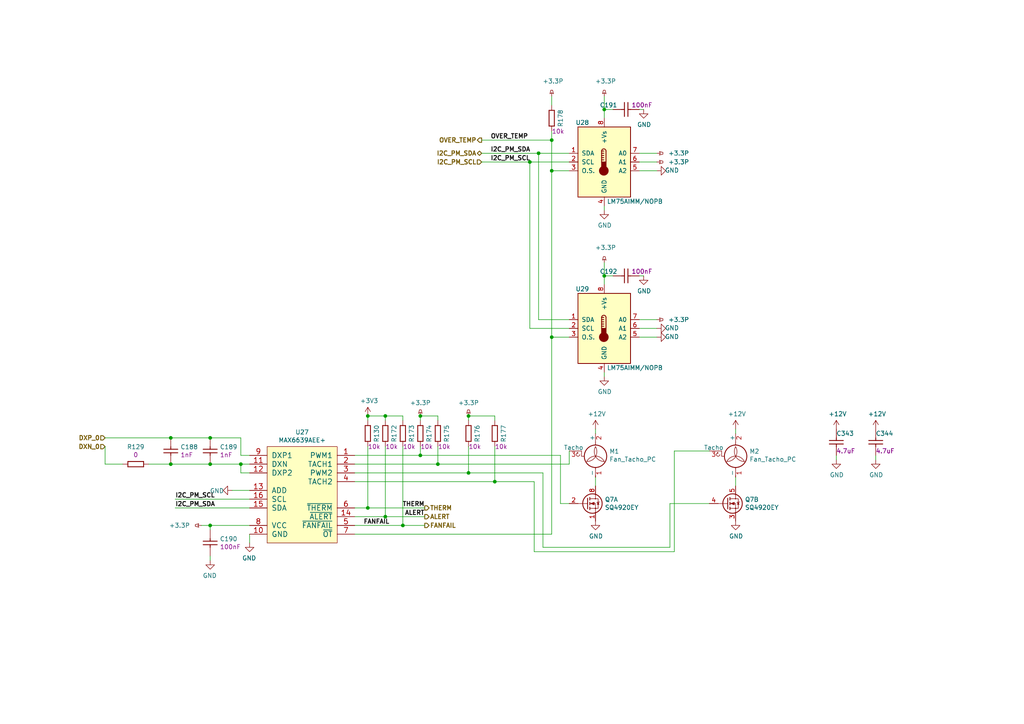
<source format=kicad_sch>
(kicad_sch (version 20211123) (generator eeschema)
  (paper "A4")
  (title_block (title "Marble") (date "2022-08-24") (rev "v1.3") (company "Michał Gąska / WUT") (comment 3 "Thermometer & Fans controller"))
  (junction (at 49.53 134.62))
  (junction (at 160.02 49.53))
  (junction (at 160.02 40.64))
  (junction (at 143.51 139.7))
  (junction (at 135.89 137.16))
  (junction (at 156.21 44.45))
  (junction (at 135.89 120.65))
  (junction (at 175.26 80.01))
  (junction (at 60.96 127))
  (junction (at 153.67 46.99))
  (junction (at 121.92 132.08))
  (junction (at 69.85 134.62))
  (junction (at 60.96 134.62))
  (junction (at 160.02 97.79))
  (junction (at 49.53 127))
  (junction (at 60.96 152.4))
  (junction (at 106.68 147.32))
  (junction (at 175.26 31.75))
  (junction (at 111.76 120.65))
  (junction (at 106.68 120.65))
  (junction (at 127 134.62))
  (junction (at 116.84 152.4))
  (junction (at 111.76 149.86))
  (junction (at 121.92 120.65))
  (wire (pts (xy 254 132.08) (xy 254 133.35)))
  (wire (pts (xy 116.84 121.92) (xy 116.84 120.65)))
  (wire (pts (xy 69.85 132.08) (xy 72.39 132.08)))
  (wire (pts (xy 116.84 152.4) (xy 102.87 152.4)))
  (wire (pts (xy 139.7 44.45) (xy 156.21 44.45)))
  (wire (pts (xy 69.85 134.62) (xy 72.39 134.62)))
  (wire (pts (xy 160.02 40.64) (xy 160.02 49.53)))
  (wire (pts (xy 127 129.54) (xy 127 134.62)))
  (wire (pts (xy 121.92 120.65) (xy 121.92 121.92)))
  (wire (pts (xy 160.02 27.94) (xy 160.02 30.48)))
  (wire (pts (xy 154.94 160.02) (xy 195.58 160.02)))
  (wire (pts (xy 154.94 139.7) (xy 154.94 160.02)))
  (wire (pts (xy 143.51 120.65) (xy 135.89 120.65)))
  (wire (pts (xy 172.72 124.46) (xy 172.72 125.73)))
  (wire (pts (xy 121.92 120.65) (xy 127 120.65)))
  (wire (pts (xy 106.68 120.65) (xy 106.68 121.92)))
  (wire (pts (xy 30.48 134.62) (xy 35.56 134.62)))
  (wire (pts (xy 165.1 134.62) (xy 165.1 130.81)))
  (wire (pts (xy 67.31 142.24) (xy 72.39 142.24)))
  (wire (pts (xy 165.1 97.79) (xy 160.02 97.79)))
  (wire (pts (xy 185.42 95.25) (xy 190.5 95.25)))
  (wire (pts (xy 156.21 44.45) (xy 165.1 44.45)))
  (wire (pts (xy 205.74 146.05) (xy 194.31 146.05)))
  (wire (pts (xy 175.26 76.2) (xy 175.26 80.01)))
  (wire (pts (xy 116.84 152.4) (xy 123.19 152.4)))
  (wire (pts (xy 111.76 121.92) (xy 111.76 120.65)))
  (wire (pts (xy 143.51 139.7) (xy 154.94 139.7)))
  (wire (pts (xy 160.02 49.53) (xy 165.1 49.53)))
  (wire (pts (xy 143.51 121.92) (xy 143.51 120.65)))
  (wire (pts (xy 177.8 80.01) (xy 175.26 80.01)))
  (wire (pts (xy 127 121.92) (xy 127 120.65)))
  (wire (pts (xy 69.85 137.16) (xy 69.85 134.62)))
  (wire (pts (xy 175.26 80.01) (xy 175.26 82.55)))
  (wire (pts (xy 175.26 107.95) (xy 175.26 109.22)))
  (wire (pts (xy 162.56 146.05) (xy 165.1 146.05)))
  (wire (pts (xy 102.87 147.32) (xy 106.68 147.32)))
  (wire (pts (xy 195.58 160.02) (xy 195.58 130.81)))
  (wire (pts (xy 160.02 97.79) (xy 160.02 154.94)))
  (wire (pts (xy 153.67 46.99) (xy 153.67 95.25)))
  (wire (pts (xy 30.48 127) (xy 49.53 127)))
  (wire (pts (xy 213.36 138.43) (xy 213.36 140.97)))
  (wire (pts (xy 177.8 31.75) (xy 175.26 31.75)))
  (wire (pts (xy 156.21 44.45) (xy 156.21 92.71)))
  (wire (pts (xy 49.53 134.62) (xy 60.96 134.62)))
  (wire (pts (xy 185.42 31.75) (xy 186.69 31.75)))
  (wire (pts (xy 185.42 80.01) (xy 186.69 80.01)))
  (wire (pts (xy 165.1 95.25) (xy 153.67 95.25)))
  (wire (pts (xy 195.58 130.81) (xy 205.74 130.81)))
  (wire (pts (xy 111.76 120.65) (xy 106.68 120.65)))
  (wire (pts (xy 190.5 49.53) (xy 185.42 49.53)))
  (wire (pts (xy 160.02 154.94) (xy 102.87 154.94)))
  (wire (pts (xy 135.89 137.16) (xy 157.48 137.16)))
  (wire (pts (xy 60.96 153.67) (xy 60.96 152.4)))
  (wire (pts (xy 157.48 137.16) (xy 157.48 158.75)))
  (wire (pts (xy 72.39 154.94) (xy 72.39 157.48)))
  (wire (pts (xy 69.85 127) (xy 69.85 132.08)))
  (wire (pts (xy 153.67 46.99) (xy 165.1 46.99)))
  (wire (pts (xy 157.48 158.75) (xy 194.31 158.75)))
  (wire (pts (xy 172.72 138.43) (xy 172.72 140.97)))
  (wire (pts (xy 175.26 59.69) (xy 175.26 60.96)))
  (wire (pts (xy 102.87 134.62) (xy 127 134.62)))
  (wire (pts (xy 111.76 149.86) (xy 123.19 149.86)))
  (wire (pts (xy 121.92 129.54) (xy 121.92 132.08)))
  (wire (pts (xy 160.02 49.53) (xy 160.02 97.79)))
  (wire (pts (xy 102.87 139.7) (xy 143.51 139.7)))
  (wire (pts (xy 50.8 147.32) (xy 72.39 147.32)))
  (wire (pts (xy 102.87 137.16) (xy 135.89 137.16)))
  (wire (pts (xy 72.39 137.16) (xy 69.85 137.16)))
  (wire (pts (xy 50.8 144.78) (xy 72.39 144.78)))
  (wire (pts (xy 160.02 38.1) (xy 160.02 40.64)))
  (wire (pts (xy 139.7 40.64) (xy 160.02 40.64)))
  (wire (pts (xy 175.26 27.94) (xy 175.26 31.75)))
  (wire (pts (xy 165.1 92.71) (xy 156.21 92.71)))
  (wire (pts (xy 175.26 31.75) (xy 175.26 34.29)))
  (wire (pts (xy 106.68 147.32) (xy 123.19 147.32)))
  (wire (pts (xy 190.5 92.71) (xy 185.42 92.71)))
  (wire (pts (xy 127 134.62) (xy 165.1 134.62)))
  (wire (pts (xy 49.53 127) (xy 60.96 127)))
  (wire (pts (xy 139.7 46.99) (xy 153.67 46.99)))
  (wire (pts (xy 194.31 146.05) (xy 194.31 158.75)))
  (wire (pts (xy 102.87 132.08) (xy 121.92 132.08)))
  (wire (pts (xy 102.87 149.86) (xy 111.76 149.86)))
  (wire (pts (xy 106.68 129.54) (xy 106.68 147.32)))
  (wire (pts (xy 60.96 134.62) (xy 69.85 134.62)))
  (wire (pts (xy 162.56 132.08) (xy 162.56 146.05)))
  (wire (pts (xy 116.84 129.54) (xy 116.84 152.4)))
  (wire (pts (xy 135.89 121.92) (xy 135.89 120.65)))
  (wire (pts (xy 213.36 124.46) (xy 213.36 125.73)))
  (wire (pts (xy 143.51 129.54) (xy 143.51 139.7)))
  (wire (pts (xy 60.96 127) (xy 69.85 127)))
  (wire (pts (xy 190.5 46.99) (xy 185.42 46.99)))
  (wire (pts (xy 30.48 129.54) (xy 30.48 134.62)))
  (wire (pts (xy 135.89 129.54) (xy 135.89 137.16)))
  (wire (pts (xy 190.5 44.45) (xy 185.42 44.45)))
  (wire (pts (xy 60.96 161.29) (xy 60.96 162.56)))
  (wire (pts (xy 60.96 152.4) (xy 72.39 152.4)))
  (wire (pts (xy 242.57 132.08) (xy 242.57 133.35)))
  (wire (pts (xy 190.5 97.79) (xy 185.42 97.79)))
  (wire (pts (xy 60.96 152.4) (xy 58.42 152.4)))
  (wire (pts (xy 43.18 134.62) (xy 49.53 134.62)))
  (wire (pts (xy 116.84 120.65) (xy 111.76 120.65)))
  (wire (pts (xy 111.76 129.54) (xy 111.76 149.86)))
  (wire (pts (xy 121.92 132.08) (xy 162.56 132.08)))
  (label "I2C_PM_SCL" (at 50.8 144.78 0) (effects (font (thickness 0.254) bold)))
  (label "I2C_PM_SDA" (at 142.24 44.45 0) (effects (font (thickness 0.254) bold)))
  (label "I2C_PM_SDA" (at 50.8 147.32 0) (effects (font (thickness 0.254) bold)))
  (label "I2C_PM_SCL" (at 142.24 46.99 0) (effects (font (thickness 0.254) bold)))
  (label "ALERT" (at 123.19 149.86 180) (effects (font (thickness 0.254) bold)))
  (label "THERM" (at 123.19 147.32 180) (effects (font (thickness 0.254) bold)))
  (label "OVER_TEMP" (at 142.24 40.64 0) (effects (font (thickness 0.254) bold)))
  (label "FANFAIL" (at 113.03 152.4 180) (effects (font (thickness 0.254) bold)))
  (hierarchical_label "THERM" (shape output) (at 123.19 147.32 0) (effects (font (thickness 0.254) bold)))
  (hierarchical_label "DXN_0" (shape input) (at 30.48 129.54 180) (effects (font (thickness 0.254) bold)))
  (hierarchical_label "I2C_PM_SDA" (shape bidirectional) (at 139.7 44.45 180) (effects (font (thickness 0.254) bold)))
  (hierarchical_label "I2C_PM_SCL" (shape input) (at 139.7 46.99 180) (effects (font (thickness 0.254) bold)))
  (hierarchical_label "ALERT" (shape output) (at 123.19 149.86 0) (effects (font (thickness 0.254) bold)))
  (hierarchical_label "FANFAIL" (shape output) (at 123.19 152.4 0) (effects (font (thickness 0.254) bold)))
  (hierarchical_label "OVER_TEMP" (shape output) (at 139.7 40.64 180) (effects (font (thickness 0.254) bold)))
  (hierarchical_label "DXP_0" (shape input) (at 30.48 127 180) (effects (font (thickness 0.254) bold)))
  (symbol (lib_id "Analog_&_Interface:MAX6639AEE+") (at 77.47 129.54 0) (unit 1)
    (property "Reference" "U27" (at 87.63 125.349 0))
    (property "Value" "MAX6639AEE+" (at 87.63 127.6604 0))
    (property "Footprint" "ICs And Semiconductors SMD:SOP63P600X175-16N" (effects hide))
    (property "Part Number" "MAX6639AEE+" (effects hide))
    (property "Library Ref" "MAX6639AEE+" (effects hide))
    (property "Library Path" "SchLib\\Analog & Interface.SchLib" (effects hide))
    (property "Comment" "=Device" (effects hide))
    (property "Component Kind" "Standard" (effects hide))
    (property "Component Type" "Standard" (effects hide))
    (property "Device" "MAX6639AEE+" (effects hide))
    (property "PackageDescription" "SOP, 0.635mm pitch; 16 pin, 3.9mm W X 4.895mm L X 1.75mm H Body, IPC Medium Density" (effects hide))
    (property "Status" " " (effects hide))
    (property "Part Description" "2-Channel Temperature Monitor with Dual, Automatic, PWM Fan-Speed Controller" (effects hide))
    (property "Manufacturer" "MAXIM" (effects hide))
    (property "Manufacturer Part Number" "MAX6639AEE+" (effects hide))
    (property "Pin Count" "16" (effects hide))
    (property "Case" "SSOP16" (effects hide))
    (property "Mounted" "Yes" (effects hide))
    (property "Socket" "No" (effects hide))
    (property "SMD" "Yes" (effects hide))
    (property "PressFit" "No" (effects hide))
    (property "Sense" "No" (effects hide))
    (property "Sense Comment" " " (effects hide))
    (property "Status Comment" " " (effects hide))
    (property "ComponentHeight" "1.75mm" (effects hide))
    (property "Footprint Path" "PcbLib\\ICs And Semiconductors SMD.PcbLib" (effects hide))
    (property "Footprint Ref" "SOP63P600X175-16N" (effects hide))
    (property "ComponentLink2Description" " " (effects hide))
    (property "ComponentLink1Description" " " (effects hide))
    (property "CreateDate" "08/15/12 00:00:00" (effects hide))
    (property "LatestRevisionDate" "08/15/12 00:00:00" (effects hide))
    (property "Library Name" "ICs And Semiconductors SMD" (effects hide))
    (property "License" "This work is licensed under the Creative Commons CC-BY-SA 4.0 License. To the extent that circuit schematics that use Licensed Material can be considered to be ‘Adapted Material’, then the copyright holder waives article 3.b of the license with respect to these schematics." (effects hide))
  )
  (symbol (lib_id "Capacitors_SMD:CC0603_4.7UF_25V_10%_X5R") (at 242.57 124.46 270) (unit 1)
    (property "Reference" "C343" (at 242.57 125.73 90) (effects (justify left)))
    (property "Value" "CC0603_4.7UF_25V_10%_X5R" (effects hide))
    (property "Footprint" "Capacitors SMD:CAPC1608X90N" (effects hide))
    (property "Datasheet" "\\\\cern.ch\\dfs\\Applications\\Altium\\Datasheets\\CC0603_X7R_TAIYO-YUDEN_HIGH-VALUE.pdf" (effects hide))
    (property "~" "4.7uF" (at 242.57 130.81 90) (effects (justify left)))
    (property "Part Number" "CC0603_4.7UF_25V_10%_X5R" (effects hide))
    (property "Library Ref" "Capacitor - non polarized" (effects hide))
    (property "Library Path" "SchLib\\Capacitors.SchLib" (effects hide))
    (property "Comment" "4.7uF" (effects hide))
    (property "Component Kind" "Standard" (effects hide))
    (property "Component Type" "Standard" (effects hide))
    (property "Pin Count" "2" (effects hide))
    (property "Footprint Path" "PcbLib\\Capacitors SMD.PcbLib" (effects hide))
    (property "Footprint Ref" "CAPC1608X90N" (effects hide))
    (property "PackageDescription" " " (effects hide))
    (property "Val" "4.7uF" (effects hide))
    (property "Status" "None" (effects hide))
    (property "Status Comment" " " (effects hide))
    (property "Voltage" "25V" (effects hide))
    (property "TC" "X5R" (effects hide))
    (property "Tolerance" "±10%" (effects hide))
    (property "Part Description" "SMD Multilayer Chip Ceramic Capacitor" (effects hide))
    (property "Manufacturer" "GENERIC" (effects hide))
    (property "Manufacturer Part Number" "CC0603_4.7UF_25V_10%_X5R" (effects hide))
    (property "Case" "0603" (effects hide))
    (property "Mounted" "Yes" (effects hide))
    (property "Socket" "No" (effects hide))
    (property "SMD" "Yes" (effects hide))
    (property "PressFit" " " (effects hide))
    (property "Sense" "No" (effects hide))
    (property "Sense Comment" " " (effects hide))
    (property "ComponentHeight" " " (effects hide))
    (property "Manufacturer1 Example" "MURATA" (effects hide))
    (property "Manufacturer1 Part Number" "GRM188R61E475KE11D" (effects hide))
    (property "Manufacturer1 ComponentHeight" "0.95mm" (effects hide))
    (property "CreateDate" "11/10/14 00:00:00" (effects hide))
    (property "LatestRevisionDate" "11/10/14 00:00:00" (effects hide))
    (property "Library Name" "Capacitors.DbLib" (effects hide))
    (property "License" "This work is licensed under the Creative Commons CC-BY-SA 4.0 License. To the extent that circuit schematics that use Licensed Material can be considered to be ‘Adapted Material’, then the copyright holder waives article 3.b of the license with respect to these schematics." (effects hide))
  )
  (symbol (lib_id "Capacitors_SMD:CC0603_4.7UF_25V_10%_X5R") (at 254 124.46 270) (unit 1)
    (property "Reference" "C344" (at 254 125.73 90) (effects (justify left)))
    (property "Value" "CC0603_4.7UF_25V_10%_X5R" (effects hide))
    (property "Footprint" "Capacitors SMD:CAPC1608X90N" (effects hide))
    (property "Datasheet" "\\\\cern.ch\\dfs\\Applications\\Altium\\Datasheets\\CC0603_X7R_TAIYO-YUDEN_HIGH-VALUE.pdf" (effects hide))
    (property "~" "4.7uF" (at 254 130.81 90) (effects (justify left)))
    (property "Part Number" "CC0603_4.7UF_25V_10%_X5R" (effects hide))
    (property "Library Ref" "Capacitor - non polarized" (effects hide))
    (property "Library Path" "SchLib\\Capacitors.SchLib" (effects hide))
    (property "Comment" "4.7uF" (effects hide))
    (property "Component Kind" "Standard" (effects hide))
    (property "Component Type" "Standard" (effects hide))
    (property "Pin Count" "2" (effects hide))
    (property "Footprint Path" "PcbLib\\Capacitors SMD.PcbLib" (effects hide))
    (property "Footprint Ref" "CAPC1608X90N" (effects hide))
    (property "PackageDescription" " " (effects hide))
    (property "Val" "4.7uF" (effects hide))
    (property "Status" "None" (effects hide))
    (property "Status Comment" " " (effects hide))
    (property "Voltage" "25V" (effects hide))
    (property "TC" "X5R" (effects hide))
    (property "Tolerance" "±10%" (effects hide))
    (property "Part Description" "SMD Multilayer Chip Ceramic Capacitor" (effects hide))
    (property "Manufacturer" "GENERIC" (effects hide))
    (property "Manufacturer Part Number" "CC0603_4.7UF_25V_10%_X5R" (effects hide))
    (property "Case" "0603" (effects hide))
    (property "Mounted" "Yes" (effects hide))
    (property "Socket" "No" (effects hide))
    (property "SMD" "Yes" (effects hide))
    (property "PressFit" " " (effects hide))
    (property "Sense" "No" (effects hide))
    (property "Sense Comment" " " (effects hide))
    (property "ComponentHeight" " " (effects hide))
    (property "Manufacturer1 Example" "MURATA" (effects hide))
    (property "Manufacturer1 Part Number" "GRM188R61E475KE11D" (effects hide))
    (property "Manufacturer1 ComponentHeight" "0.95mm" (effects hide))
    (property "CreateDate" "11/10/14 00:00:00" (effects hide))
    (property "LatestRevisionDate" "11/10/14 00:00:00" (effects hide))
    (property "Library Name" "Capacitors.DbLib" (effects hide))
    (property "License" "This work is licensed under the Creative Commons CC-BY-SA 4.0 License. To the extent that circuit schematics that use Licensed Material can be considered to be ‘Adapted Material’, then the copyright holder waives article 3.b of the license with respect to these schematics." (effects hide))
  )
  (symbol (lib_id "Capacitors_SMD:CC0402_1NF_50V_10%_X7R") (at 49.53 127 270) (unit 1)
    (property "Reference" "C188" (at 52.324 129.6416 90) (effects (justify left)))
    (property "Value" "CC0402_1NF_50V_10%_X7R" (effects hide))
    (property "Footprint" "Capacitors SMD:CAPC1005X55N" (effects hide))
    (property "Datasheet" "\\\\cern.ch\\dfs\\Applications\\Altium\\Datasheets\\CC0402_X7R_PHYCOMP.pdf" (effects hide))
    (property "~" "1nF" (at 52.324 131.953 90) (effects (justify left)))
    (property "Part Number" "CC0402_1NF_50V_10%_X7R" (effects hide))
    (property "Library Ref" "Capacitor - non polarized" (effects hide))
    (property "Library Path" "SchLib\\Capacitors.SchLib" (effects hide))
    (property "Comment" "1nF" (effects hide))
    (property "Component Kind" "Standard" (effects hide))
    (property "Component Type" "Standard" (effects hide))
    (property "Pin Count" "2" (effects hide))
    (property "Footprint Path" "PcbLib\\Capacitors SMD.PcbLib" (effects hide))
    (property "Footprint Ref" "CAPC1005X55N" (effects hide))
    (property "PackageDescription" " " (effects hide))
    (property "Val" "1nF" (effects hide))
    (property "Status" "Not Recommended" (effects hide))
    (property "Status Comment" " " (effects hide))
    (property "Voltage" "50V" (effects hide))
    (property "TC" "X7R" (effects hide))
    (property "Tolerance" "±10%" (effects hide))
    (property "Part Description" "SMD Multilayer Chip Ceramic Capacitor" (effects hide))
    (property "Manufacturer" "GENERIC" (effects hide))
    (property "Manufacturer Part Number" "CC0402_1NF_50V_10%_X7R" (effects hide))
    (property "Case" "0402" (effects hide))
    (property "Mounted" "Yes" (effects hide))
    (property "Socket" "No" (effects hide))
    (property "SMD" "Yes" (effects hide))
    (property "PressFit" " " (effects hide))
    (property "Sense" "No" (effects hide))
    (property "Sense Comment" " " (effects hide))
    (property "ComponentHeight" " " (effects hide))
    (property "Manufacturer1 Example" "PHYCOMP" (effects hide))
    (property "Manufacturer1 Part Number" "223858715623" (effects hide))
    (property "Manufacturer1 ComponentHeight" "0.55mm" (effects hide))
    (property "CreateDate" "12/03/07 00:00:00" (effects hide))
    (property "LatestRevisionDate" "12/03/07 00:00:00" (effects hide))
    (property "Library Name" "Capacitors.DbLib" (effects hide))
    (property "License" "This work is licensed under the Creative Commons CC-BY-SA 4.0 License. To the extent that circuit schematics that use Licensed Material can be considered to be ‘Adapted Material’, then the copyright holder waives article 3.b of the license with respect to these schematics." (effects hide))
  )
  (symbol (lib_id "Capacitors_SMD:CC0402_1NF_50V_10%_X7R") (at 60.96 127 270) (unit 1)
    (property "Reference" "C189" (at 63.754 129.6416 90) (effects (justify left)))
    (property "Value" "CC0402_1NF_50V_10%_X7R" (effects hide))
    (property "Footprint" "Capacitors SMD:CAPC1005X55N" (effects hide))
    (property "Datasheet" "\\\\cern.ch\\dfs\\Applications\\Altium\\Datasheets\\CC0402_X7R_PHYCOMP.pdf" (effects hide))
    (property "~" "1nF" (at 63.754 131.953 90) (effects (justify left)))
    (property "Part Number" "CC0402_1NF_50V_10%_X7R" (effects hide))
    (property "Library Ref" "Capacitor - non polarized" (effects hide))
    (property "Library Path" "SchLib\\Capacitors.SchLib" (effects hide))
    (property "Comment" "1nF" (effects hide))
    (property "Component Kind" "Standard" (effects hide))
    (property "Component Type" "Standard" (effects hide))
    (property "Pin Count" "2" (effects hide))
    (property "Footprint Path" "PcbLib\\Capacitors SMD.PcbLib" (effects hide))
    (property "Footprint Ref" "CAPC1005X55N" (effects hide))
    (property "PackageDescription" " " (effects hide))
    (property "Val" "1nF" (effects hide))
    (property "Status" "Not Recommended" (effects hide))
    (property "Status Comment" " " (effects hide))
    (property "Voltage" "50V" (effects hide))
    (property "TC" "X7R" (effects hide))
    (property "Tolerance" "±10%" (effects hide))
    (property "Part Description" "SMD Multilayer Chip Ceramic Capacitor" (effects hide))
    (property "Manufacturer" "GENERIC" (effects hide))
    (property "Manufacturer Part Number" "CC0402_1NF_50V_10%_X7R" (effects hide))
    (property "Case" "0402" (effects hide))
    (property "Mounted" "Yes" (effects hide))
    (property "Socket" "No" (effects hide))
    (property "SMD" "Yes" (effects hide))
    (property "PressFit" " " (effects hide))
    (property "Sense" "No" (effects hide))
    (property "Sense Comment" " " (effects hide))
    (property "ComponentHeight" " " (effects hide))
    (property "Manufacturer1 Example" "PHYCOMP" (effects hide))
    (property "Manufacturer1 Part Number" "223858715623" (effects hide))
    (property "Manufacturer1 ComponentHeight" "0.55mm" (effects hide))
    (property "CreateDate" "12/03/07 00:00:00" (effects hide))
    (property "LatestRevisionDate" "12/03/07 00:00:00" (effects hide))
    (property "Library Name" "Capacitors.DbLib" (effects hide))
    (property "License" "This work is licensed under the Creative Commons CC-BY-SA 4.0 License. To the extent that circuit schematics that use Licensed Material can be considered to be ‘Adapted Material’, then the copyright holder waives article 3.b of the license with respect to these schematics." (effects hide))
  )
  (symbol (lib_id "Capacitors_SMD:CC0201_100NF_6.3V_10%_X5R") (at 60.96 153.67 270) (unit 1)
    (property "Reference" "C190" (at 63.754 156.3116 90) (effects (justify left)))
    (property "Value" "CC0201_100NF_6.3V_10%_X5R" (effects hide))
    (property "Footprint" "CAPC0603X33N" (effects hide))
    (property "Datasheet" "\\\\cern.ch\\dfs\\Applications\\Altium\\Datasheets\\CC0201_X5R_AVX.pdf" (effects hide))
    (property "~" "100nF" (at 63.754 158.623 90) (effects (justify left)))
    (property "Part Number" "CC0201_100NF_6.3V_10%_X5R" (effects hide))
    (property "Library Ref" "Capacitor - non polarized" (effects hide))
    (property "Library Path" "SchLib\\Capacitors.SchLib" (effects hide))
    (property "Comment" "=Value" (effects hide))
    (property "Component Kind" "Standard" (effects hide))
    (property "Component Type" "Standard" (effects hide))
    (property "Pin Count" "2" (effects hide))
    (property "Footprint Path" "PcbLib\\Capacitors SMD.PcbLib" (effects hide))
    (property "Footprint Ref" "CAPC0603X33N" (effects hide))
    (property "PackageDescription" " " (effects hide))
    (property "Val" "100nF" (effects hide))
    (property "Status" "Not Recommended" (effects hide))
    (property "Status Comment" " " (effects hide))
    (property "Voltage" "6.3V" (effects hide))
    (property "TC" "X5R" (effects hide))
    (property "Tolerance" "±10%" (effects hide))
    (property "Part Description" "SMD Multilayer Chip Ceramic Capacitor" (effects hide))
    (property "Manufacturer" "GENERIC" (effects hide))
    (property "Manufacturer Part Number" "CC0201_100NF_6.3V_10%_X5R" (effects hide))
    (property "Case" "0201" (effects hide))
    (property "Mounted" "Yes" (effects hide))
    (property "Socket" "No" (effects hide))
    (property "SMD" "Yes" (effects hide))
    (property "PressFit" " " (effects hide))
    (property "Sense" "No" (effects hide))
    (property "Sense Comment" " " (effects hide))
    (property "ComponentHeight" " " (effects hide))
    (property "Manufacturer1 Example" "AVX" (effects hide))
    (property "Manufacturer1 Part Number" "02016D104KAT2A" (effects hide))
    (property "Manufacturer1 ComponentHeight" "0.33mm" (effects hide))
    (property "CreateDate" "12/03/07 00:00:00" (effects hide))
    (property "LatestRevisionDate" "12/03/07 00:00:00" (effects hide))
    (property "Library Name" "Capacitors SMD" (effects hide))
    (property "License" "This work is licensed under the Creative Commons CC-BY-SA 4.0 License. To the extent that circuit schematics that use Licensed Material can be considered to be ‘Adapted Material’, then the copyright holder waives article 3.b of the license with respect to these schematics." (effects hide))
  )
  (symbol (lib_id "marble_misc:LM75B-Sensor_Temperature") (at 175.26 46.99 0) (unit 1)
    (property "Reference" "U28" (at 168.91 35.56 0))
    (property "Value" "LM75AIMM/NOPB" (at 184.15 58.42 0))
    (property "Footprint" "ICs And Semiconductors SMD:SOP65P490X109-8N" (effects hide))
    (property "Datasheet" "http://www.ti.com/lit/ds/symlink/lm75b.pdf" (effects hide))
    (property "Manufacturer Part Number" "LM75AIMM/NOPB" (effects hide))
    (property "Manufacturer" "TEXAS INSTRUMENTS" (effects hide))
  )
  (symbol (lib_id "power:+3.3P") (at 175.26 27.94 0) (unit 1)
    (property "Reference" "#PWR0358" (effects hide))
    (property "Value" "+3.3P" (at 175.641 23.5458 0))
  )
  (symbol (lib_id "power:GND") (at 186.69 31.75 0) (unit 1)
    (property "Reference" "#PWR0362" (effects hide))
    (property "Value" "GND" (at 186.817 36.1442 0))
  )
  (symbol (lib_id "power:GND") (at 175.26 60.96 0) (unit 1)
    (property "Reference" "#PWR0359" (effects hide))
    (property "Value" "GND" (at 175.387 65.3542 0))
  )
  (symbol (lib_id "power:GND") (at 190.5 49.53 90) (unit 1)
    (property "Reference" "#PWR0366" (effects hide))
    (property "Value" "GND" (at 194.8942 49.403 90))
  )
  (symbol (lib_id "power:+3.3P") (at 190.5 44.45 270) (unit 1)
    (property "Reference" "#PWR0364" (effects hide))
    (property "Value" "+3V3MP" (at 196.85 44.45 90))
  )
  (symbol (lib_id "power:+3.3P") (at 190.5 46.99 270) (unit 1)
    (property "Reference" "#PWR0365" (effects hide))
    (property "Value" "+3V3MP" (at 196.85 46.99 90))
  )
  (symbol (lib_id "marble_misc:LM75B-Sensor_Temperature") (at 175.26 95.25 0) (unit 1)
    (property "Reference" "U29" (at 168.91 83.82 0))
    (property "Value" "LM75AIMM/NOPB" (at 184.15 106.68 0))
    (property "Footprint" "ICs And Semiconductors SMD:SOP65P490X109-8N" (effects hide))
    (property "Datasheet" "http://www.ti.com/lit/ds/symlink/lm75b.pdf" (effects hide))
    (property "Manufacturer Part Number" "LM75AIMM/NOPB" (effects hide))
    (property "Manufacturer" "TEXAS INSTRUMENTS" (effects hide))
  )
  (symbol (lib_id "power:+3.3P") (at 175.26 76.2 0) (unit 1)
    (property "Reference" "#PWR0360" (effects hide))
    (property "Value" "+3.3P" (at 175.641 71.8058 0))
  )
  (symbol (lib_id "power:GND") (at 186.69 80.01 0) (unit 1)
    (property "Reference" "#PWR0363" (effects hide))
    (property "Value" "GND" (at 186.817 84.4042 0))
  )
  (symbol (lib_id "power:GND") (at 175.26 109.22 0) (unit 1)
    (property "Reference" "#PWR0361" (effects hide))
    (property "Value" "GND" (at 175.387 113.6142 0))
  )
  (symbol (lib_id "power:GND") (at 190.5 97.79 90) (unit 1)
    (property "Reference" "#PWR0369" (effects hide))
    (property "Value" "GND" (at 194.8942 97.663 90))
  )
  (symbol (lib_id "power:+3.3P") (at 190.5 92.71 270) (unit 1)
    (property "Reference" "#PWR0367" (effects hide))
    (property "Value" "+3V3MP" (at 196.85 92.71 90))
  )
  (symbol (lib_id "power:GND") (at 190.5 95.25 90) (unit 1)
    (property "Reference" "#PWR0368" (effects hide))
    (property "Value" "GND" (at 194.8942 95.123 90))
  )
  (symbol (lib_id "power:+3.3P") (at 160.02 27.94 0) (unit 1)
    (property "Reference" "#PWR0357" (effects hide))
    (property "Value" "+3.3P" (at 160.401 23.5458 0))
  )
  (symbol (lib_id "Capacitors_SMD:CC0201_100NF_6.3V_10%_X5R") (at 185.42 80.01 180) (unit 1)
    (property "Reference" "C192" (at 179.07 78.74 0) (effects (justify left)))
    (property "Value" "CC0201_100NF_6.3V_10%_X5R" (effects hide))
    (property "Footprint" "CAPC0603X33N" (effects hide))
    (property "Datasheet" "\\\\cern.ch\\dfs\\Applications\\Altium\\Datasheets\\CC0201_X5R_AVX.pdf" (effects hide))
    (property "~" "100nF" (at 189.23 78.74 0) (effects (justify left)))
    (property "Part Number" "CC0201_100NF_6.3V_10%_X5R" (effects hide))
    (property "Library Ref" "Capacitor - non polarized" (effects hide))
    (property "Library Path" "SchLib\\Capacitors.SchLib" (effects hide))
    (property "Comment" "=Value" (effects hide))
    (property "Component Kind" "Standard" (effects hide))
    (property "Component Type" "Standard" (effects hide))
    (property "Pin Count" "2" (effects hide))
    (property "Footprint Path" "PcbLib\\Capacitors SMD.PcbLib" (effects hide))
    (property "Footprint Ref" "CAPC0603X33N" (effects hide))
    (property "PackageDescription" " " (effects hide))
    (property "Val" "100nF" (effects hide))
    (property "Status" "Not Recommended" (effects hide))
    (property "Status Comment" " " (effects hide))
    (property "Voltage" "6.3V" (effects hide))
    (property "TC" "X5R" (effects hide))
    (property "Tolerance" "±10%" (effects hide))
    (property "Part Description" "SMD Multilayer Chip Ceramic Capacitor" (effects hide))
    (property "Manufacturer" "GENERIC" (effects hide))
    (property "Manufacturer Part Number" "CC0201_100NF_6.3V_10%_X5R" (effects hide))
    (property "Case" "0201" (effects hide))
    (property "Mounted" "Yes" (effects hide))
    (property "Socket" "No" (effects hide))
    (property "SMD" "Yes" (effects hide))
    (property "PressFit" " " (effects hide))
    (property "Sense" "No" (effects hide))
    (property "Sense Comment" " " (effects hide))
    (property "ComponentHeight" " " (effects hide))
    (property "Manufacturer1 Example" "AVX" (effects hide))
    (property "Manufacturer1 Part Number" "02016D104KAT2A" (effects hide))
    (property "Manufacturer1 ComponentHeight" "0.33mm" (effects hide))
    (property "CreateDate" "12/03/07 00:00:00" (effects hide))
    (property "LatestRevisionDate" "12/03/07 00:00:00" (effects hide))
    (property "Library Name" "Capacitors SMD" (effects hide))
    (property "License" "This work is licensed under the Creative Commons CC-BY-SA 4.0 License. To the extent that circuit schematics that use Licensed Material can be considered to be ‘Adapted Material’, then the copyright holder waives article 3.b of the license with respect to these schematics." (effects hide))
  )
  (symbol (lib_id "power:+3.3P") (at 58.42 152.4 90) (mirror x) (unit 1)
    (property "Reference" "#PWR0356" (effects hide))
    (property "Value" "+3.3P" (at 52.07 152.4 90))
  )
  (symbol (lib_id "power:GND") (at 60.96 162.56 0) (mirror y) (unit 1)
    (property "Reference" "#PWR0355" (effects hide))
    (property "Value" "GND" (at 60.833 166.9542 0))
  )
  (symbol (lib_id "Capacitors_SMD:CC0201_100NF_6.3V_10%_X5R") (at 185.42 31.75 180) (unit 1)
    (property "Reference" "C191" (at 179.07 30.48 0) (effects (justify left)))
    (property "Value" "CC0201_100NF_6.3V_10%_X5R" (effects hide))
    (property "Footprint" "CAPC0603X33N" (effects hide))
    (property "Datasheet" "\\\\cern.ch\\dfs\\Applications\\Altium\\Datasheets\\CC0201_X5R_AVX.pdf" (effects hide))
    (property "~" "100nF" (at 189.23 30.48 0) (effects (justify left)))
    (property "Part Number" "CC0201_100NF_6.3V_10%_X5R" (effects hide))
    (property "Library Ref" "Capacitor - non polarized" (effects hide))
    (property "Library Path" "SchLib\\Capacitors.SchLib" (effects hide))
    (property "Comment" "=Value" (effects hide))
    (property "Component Kind" "Standard" (effects hide))
    (property "Component Type" "Standard" (effects hide))
    (property "Pin Count" "2" (effects hide))
    (property "Footprint Path" "PcbLib\\Capacitors SMD.PcbLib" (effects hide))
    (property "Footprint Ref" "CAPC0603X33N" (effects hide))
    (property "PackageDescription" " " (effects hide))
    (property "Val" "100nF" (effects hide))
    (property "Status" "Not Recommended" (effects hide))
    (property "Status Comment" " " (effects hide))
    (property "Voltage" "6.3V" (effects hide))
    (property "TC" "X5R" (effects hide))
    (property "Tolerance" "±10%" (effects hide))
    (property "Part Description" "SMD Multilayer Chip Ceramic Capacitor" (effects hide))
    (property "Manufacturer" "GENERIC" (effects hide))
    (property "Manufacturer Part Number" "CC0201_100NF_6.3V_10%_X5R" (effects hide))
    (property "Case" "0201" (effects hide))
    (property "Mounted" "Yes" (effects hide))
    (property "Socket" "No" (effects hide))
    (property "SMD" "Yes" (effects hide))
    (property "PressFit" " " (effects hide))
    (property "Sense" "No" (effects hide))
    (property "Sense Comment" " " (effects hide))
    (property "ComponentHeight" " " (effects hide))
    (property "Manufacturer1 Example" "AVX" (effects hide))
    (property "Manufacturer1 Part Number" "02016D104KAT2A" (effects hide))
    (property "Manufacturer1 ComponentHeight" "0.33mm" (effects hide))
    (property "CreateDate" "12/03/07 00:00:00" (effects hide))
    (property "LatestRevisionDate" "12/03/07 00:00:00" (effects hide))
    (property "Library Name" "Capacitors SMD" (effects hide))
    (property "License" "This work is licensed under the Creative Commons CC-BY-SA 4.0 License. To the extent that circuit schematics that use Licensed Material can be considered to be ‘Adapted Material’, then the copyright holder waives article 3.b of the license with respect to these schematics." (effects hide))
  )
  (symbol (lib_id "Resistors_SMD:R0402_10K_1%_0.0625W_100PPM") (at 106.68 121.92 270) (unit 1)
    (property "Reference" "R130" (at 109.22 123.19 0) (effects (justify left)))
    (property "Value" "R0402_10K_1%_0.0625W_100PPM" (effects hide))
    (property "Footprint" "RESC1005X40N" (effects hide))
    (property "Datasheet" "\\\\cern.ch\\dfs\\Applications\\Altium\\Datasheets\\R0402_Phycomp_RC0402.pdf" (effects hide))
    (property "~" "10k" (at 106.68 129.54 90) (effects (justify left)))
    (property "Part Number" "R0402_10K_1%_0.0625W_100PPM" (effects hide))
    (property "Library Ref" "Resistor - 1%" (effects hide))
    (property "Library Path" "SchLib\\Resistors.SchLib" (effects hide))
    (property "Comment" "=Value" (effects hide))
    (property "Component Kind" "Standard" (effects hide))
    (property "Component Type" "Standard" (effects hide))
    (property "PackageDescription" " " (effects hide))
    (property "Pin Count" "2" (effects hide))
    (property "Footprint Path" "PcbLib\\Resistors SMD.PcbLib" (effects hide))
    (property "Footprint Ref" "RESC1005X40N" (effects hide))
    (property "Val" "10k" (effects hide))
    (property "Status" "Not Recommended" (effects hide))
    (property "Power" "0.0625W" (effects hide))
    (property "TC" "±100ppm/°C" (effects hide))
    (property "Voltage" " " (effects hide))
    (property "Tolerance" "±1%" (effects hide))
    (property "Part Description" "General Purpose Thick Film Chip Resistor" (effects hide))
    (property "Manufacturer" "GENERIC" (effects hide))
    (property "Manufacturer Part Number" "R0402_10K_1%_0.0625W_100PPM" (effects hide))
    (property "Case" "0402" (effects hide))
    (property "PressFit" "No" (effects hide))
    (property "Mounted" "Yes" (effects hide))
    (property "Sense Comment" " " (effects hide))
    (property "Sense" "No" (effects hide))
    (property "Status Comment" " " (effects hide))
    (property "Socket" "No" (effects hide))
    (property "SMD" "Yes" (effects hide))
    (property "ComponentHeight" " " (effects hide))
    (property "Manufacturer1 Example" "YAGEO PHYCOMP" (effects hide))
    (property "Manufacturer1 Part Number" "232270671003L" (effects hide))
    (property "Manufacturer1 ComponentHeight" "0.4mm" (effects hide))
    (property "CreateDate" "12/03/07 00:00:00" (effects hide))
    (property "LatestRevisionDate" "10/17/12 00:00:00" (effects hide))
    (property "Library Name" "Resistors SMD" (effects hide))
    (property "License" "This work is licensed under the Creative Commons CC-BY-SA 4.0 License. To the extent that circuit schematics that use Licensed Material can be considered to be ‘Adapted Material’, then the copyright holder waives article 3.b of the license with respect to these schematics." (effects hide))
  )
  (symbol (lib_id "Resistors_SMD:R0402_10K_1%_0.0625W_100PPM") (at 111.76 121.92 270) (unit 1)
    (property "Reference" "R172" (at 114.3 123.19 0) (effects (justify left)))
    (property "Value" "R0402_10K_1%_0.0625W_100PPM" (effects hide))
    (property "Footprint" "RESC1005X40N" (effects hide))
    (property "Datasheet" "\\\\cern.ch\\dfs\\Applications\\Altium\\Datasheets\\R0402_Phycomp_RC0402.pdf" (effects hide))
    (property "~" "10k" (at 111.76 129.54 90) (effects (justify left)))
    (property "Part Number" "R0402_10K_1%_0.0625W_100PPM" (effects hide))
    (property "Library Ref" "Resistor - 1%" (effects hide))
    (property "Library Path" "SchLib\\Resistors.SchLib" (effects hide))
    (property "Comment" "=Value" (effects hide))
    (property "Component Kind" "Standard" (effects hide))
    (property "Component Type" "Standard" (effects hide))
    (property "PackageDescription" " " (effects hide))
    (property "Pin Count" "2" (effects hide))
    (property "Footprint Path" "PcbLib\\Resistors SMD.PcbLib" (effects hide))
    (property "Footprint Ref" "RESC1005X40N" (effects hide))
    (property "Val" "10k" (effects hide))
    (property "Status" "Not Recommended" (effects hide))
    (property "Power" "0.0625W" (effects hide))
    (property "TC" "±100ppm/°C" (effects hide))
    (property "Voltage" " " (effects hide))
    (property "Tolerance" "±1%" (effects hide))
    (property "Part Description" "General Purpose Thick Film Chip Resistor" (effects hide))
    (property "Manufacturer" "GENERIC" (effects hide))
    (property "Manufacturer Part Number" "R0402_10K_1%_0.0625W_100PPM" (effects hide))
    (property "Case" "0402" (effects hide))
    (property "PressFit" "No" (effects hide))
    (property "Mounted" "Yes" (effects hide))
    (property "Sense Comment" " " (effects hide))
    (property "Sense" "No" (effects hide))
    (property "Status Comment" " " (effects hide))
    (property "Socket" "No" (effects hide))
    (property "SMD" "Yes" (effects hide))
    (property "ComponentHeight" " " (effects hide))
    (property "Manufacturer1 Example" "YAGEO PHYCOMP" (effects hide))
    (property "Manufacturer1 Part Number" "232270671003L" (effects hide))
    (property "Manufacturer1 ComponentHeight" "0.4mm" (effects hide))
    (property "CreateDate" "12/03/07 00:00:00" (effects hide))
    (property "LatestRevisionDate" "10/17/12 00:00:00" (effects hide))
    (property "Library Name" "Resistors SMD" (effects hide))
    (property "License" "This work is licensed under the Creative Commons CC-BY-SA 4.0 License. To the extent that circuit schematics that use Licensed Material can be considered to be ‘Adapted Material’, then the copyright holder waives article 3.b of the license with respect to these schematics." (effects hide))
  )
  (symbol (lib_id "Resistors_SMD:R0402_10K_1%_0.0625W_100PPM") (at 116.84 121.92 270) (unit 1)
    (property "Reference" "R173" (at 119.38 123.19 0) (effects (justify left)))
    (property "Value" "R0402_10K_1%_0.0625W_100PPM" (effects hide))
    (property "Footprint" "RESC1005X40N" (effects hide))
    (property "Datasheet" "\\\\cern.ch\\dfs\\Applications\\Altium\\Datasheets\\R0402_Phycomp_RC0402.pdf" (effects hide))
    (property "~" "10k" (at 116.84 129.54 90) (effects (justify left)))
    (property "Part Number" "R0402_10K_1%_0.0625W_100PPM" (effects hide))
    (property "Library Ref" "Resistor - 1%" (effects hide))
    (property "Library Path" "SchLib\\Resistors.SchLib" (effects hide))
    (property "Comment" "=Value" (effects hide))
    (property "Component Kind" "Standard" (effects hide))
    (property "Component Type" "Standard" (effects hide))
    (property "PackageDescription" " " (effects hide))
    (property "Pin Count" "2" (effects hide))
    (property "Footprint Path" "PcbLib\\Resistors SMD.PcbLib" (effects hide))
    (property "Footprint Ref" "RESC1005X40N" (effects hide))
    (property "Val" "10k" (effects hide))
    (property "Status" "Not Recommended" (effects hide))
    (property "Power" "0.0625W" (effects hide))
    (property "TC" "±100ppm/°C" (effects hide))
    (property "Voltage" " " (effects hide))
    (property "Tolerance" "±1%" (effects hide))
    (property "Part Description" "General Purpose Thick Film Chip Resistor" (effects hide))
    (property "Manufacturer" "GENERIC" (effects hide))
    (property "Manufacturer Part Number" "R0402_10K_1%_0.0625W_100PPM" (effects hide))
    (property "Case" "0402" (effects hide))
    (property "PressFit" "No" (effects hide))
    (property "Mounted" "Yes" (effects hide))
    (property "Sense Comment" " " (effects hide))
    (property "Sense" "No" (effects hide))
    (property "Status Comment" " " (effects hide))
    (property "Socket" "No" (effects hide))
    (property "SMD" "Yes" (effects hide))
    (property "ComponentHeight" " " (effects hide))
    (property "Manufacturer1 Example" "YAGEO PHYCOMP" (effects hide))
    (property "Manufacturer1 Part Number" "232270671003L" (effects hide))
    (property "Manufacturer1 ComponentHeight" "0.4mm" (effects hide))
    (property "CreateDate" "12/03/07 00:00:00" (effects hide))
    (property "LatestRevisionDate" "10/17/12 00:00:00" (effects hide))
    (property "Library Name" "Resistors SMD" (effects hide))
    (property "License" "This work is licensed under the Creative Commons CC-BY-SA 4.0 License. To the extent that circuit schematics that use Licensed Material can be considered to be ‘Adapted Material’, then the copyright holder waives article 3.b of the license with respect to these schematics." (effects hide))
  )
  (symbol (lib_id "Resistors_SMD:R0402_10K_1%_0.0625W_100PPM") (at 121.92 121.92 270) (unit 1)
    (property "Reference" "R174" (at 124.46 123.19 0) (effects (justify left)))
    (property "Value" "R0402_10K_1%_0.0625W_100PPM" (effects hide))
    (property "Footprint" "RESC1005X40N" (effects hide))
    (property "Datasheet" "\\\\cern.ch\\dfs\\Applications\\Altium\\Datasheets\\R0402_Phycomp_RC0402.pdf" (effects hide))
    (property "~" "10k" (at 121.92 129.54 90) (effects (justify left)))
    (property "Part Number" "R0402_10K_1%_0.0625W_100PPM" (effects hide))
    (property "Library Ref" "Resistor - 1%" (effects hide))
    (property "Library Path" "SchLib\\Resistors.SchLib" (effects hide))
    (property "Comment" "=Value" (effects hide))
    (property "Component Kind" "Standard" (effects hide))
    (property "Component Type" "Standard" (effects hide))
    (property "PackageDescription" " " (effects hide))
    (property "Pin Count" "2" (effects hide))
    (property "Footprint Path" "PcbLib\\Resistors SMD.PcbLib" (effects hide))
    (property "Footprint Ref" "RESC1005X40N" (effects hide))
    (property "Val" "10k" (effects hide))
    (property "Status" "Not Recommended" (effects hide))
    (property "Power" "0.0625W" (effects hide))
    (property "TC" "±100ppm/°C" (effects hide))
    (property "Voltage" " " (effects hide))
    (property "Tolerance" "±1%" (effects hide))
    (property "Part Description" "General Purpose Thick Film Chip Resistor" (effects hide))
    (property "Manufacturer" "GENERIC" (effects hide))
    (property "Manufacturer Part Number" "R0402_10K_1%_0.0625W_100PPM" (effects hide))
    (property "Case" "0402" (effects hide))
    (property "PressFit" "No" (effects hide))
    (property "Mounted" "Yes" (effects hide))
    (property "Sense Comment" " " (effects hide))
    (property "Sense" "No" (effects hide))
    (property "Status Comment" " " (effects hide))
    (property "Socket" "No" (effects hide))
    (property "SMD" "Yes" (effects hide))
    (property "ComponentHeight" " " (effects hide))
    (property "Manufacturer1 Example" "YAGEO PHYCOMP" (effects hide))
    (property "Manufacturer1 Part Number" "232270671003L" (effects hide))
    (property "Manufacturer1 ComponentHeight" "0.4mm" (effects hide))
    (property "CreateDate" "12/03/07 00:00:00" (effects hide))
    (property "LatestRevisionDate" "10/17/12 00:00:00" (effects hide))
    (property "Library Name" "Resistors SMD" (effects hide))
    (property "License" "This work is licensed under the Creative Commons CC-BY-SA 4.0 License. To the extent that circuit schematics that use Licensed Material can be considered to be ‘Adapted Material’, then the copyright holder waives article 3.b of the license with respect to these schematics." (effects hide))
  )
  (symbol (lib_id "Resistors_SMD:R0402_10K_1%_0.0625W_100PPM") (at 127 121.92 270) (unit 1)
    (property "Reference" "R175" (at 129.54 123.19 0) (effects (justify left)))
    (property "Value" "R0402_10K_1%_0.0625W_100PPM" (effects hide))
    (property "Footprint" "RESC1005X40N" (effects hide))
    (property "Datasheet" "\\\\cern.ch\\dfs\\Applications\\Altium\\Datasheets\\R0402_Phycomp_RC0402.pdf" (effects hide))
    (property "~" "10k" (at 127 129.54 90) (effects (justify left)))
    (property "Part Number" "R0402_10K_1%_0.0625W_100PPM" (effects hide))
    (property "Library Ref" "Resistor - 1%" (effects hide))
    (property "Library Path" "SchLib\\Resistors.SchLib" (effects hide))
    (property "Comment" "=Value" (effects hide))
    (property "Component Kind" "Standard" (effects hide))
    (property "Component Type" "Standard" (effects hide))
    (property "PackageDescription" " " (effects hide))
    (property "Pin Count" "2" (effects hide))
    (property "Footprint Path" "PcbLib\\Resistors SMD.PcbLib" (effects hide))
    (property "Footprint Ref" "RESC1005X40N" (effects hide))
    (property "Val" "10k" (effects hide))
    (property "Status" "Not Recommended" (effects hide))
    (property "Power" "0.0625W" (effects hide))
    (property "TC" "±100ppm/°C" (effects hide))
    (property "Voltage" " " (effects hide))
    (property "Tolerance" "±1%" (effects hide))
    (property "Part Description" "General Purpose Thick Film Chip Resistor" (effects hide))
    (property "Manufacturer" "GENERIC" (effects hide))
    (property "Manufacturer Part Number" "R0402_10K_1%_0.0625W_100PPM" (effects hide))
    (property "Case" "0402" (effects hide))
    (property "PressFit" "No" (effects hide))
    (property "Mounted" "Yes" (effects hide))
    (property "Sense Comment" " " (effects hide))
    (property "Sense" "No" (effects hide))
    (property "Status Comment" " " (effects hide))
    (property "Socket" "No" (effects hide))
    (property "SMD" "Yes" (effects hide))
    (property "ComponentHeight" " " (effects hide))
    (property "Manufacturer1 Example" "YAGEO PHYCOMP" (effects hide))
    (property "Manufacturer1 Part Number" "232270671003L" (effects hide))
    (property "Manufacturer1 ComponentHeight" "0.4mm" (effects hide))
    (property "CreateDate" "12/03/07 00:00:00" (effects hide))
    (property "LatestRevisionDate" "10/17/12 00:00:00" (effects hide))
    (property "Library Name" "Resistors SMD" (effects hide))
    (property "License" "This work is licensed under the Creative Commons CC-BY-SA 4.0 License. To the extent that circuit schematics that use Licensed Material can be considered to be ‘Adapted Material’, then the copyright holder waives article 3.b of the license with respect to these schematics." (effects hide))
  )
  (symbol (lib_id "Resistors_SMD:R0402_10K_1%_0.0625W_100PPM") (at 135.89 121.92 270) (unit 1)
    (property "Reference" "R176" (at 138.43 123.19 0) (effects (justify left)))
    (property "Value" "R0402_10K_1%_0.0625W_100PPM" (effects hide))
    (property "Footprint" "RESC1005X40N" (effects hide))
    (property "Datasheet" "\\\\cern.ch\\dfs\\Applications\\Altium\\Datasheets\\R0402_Phycomp_RC0402.pdf" (effects hide))
    (property "~" "10k" (at 135.89 129.54 90) (effects (justify left)))
    (property "Part Number" "R0402_10K_1%_0.0625W_100PPM" (effects hide))
    (property "Library Ref" "Resistor - 1%" (effects hide))
    (property "Library Path" "SchLib\\Resistors.SchLib" (effects hide))
    (property "Comment" "=Value" (effects hide))
    (property "Component Kind" "Standard" (effects hide))
    (property "Component Type" "Standard" (effects hide))
    (property "PackageDescription" " " (effects hide))
    (property "Pin Count" "2" (effects hide))
    (property "Footprint Path" "PcbLib\\Resistors SMD.PcbLib" (effects hide))
    (property "Footprint Ref" "RESC1005X40N" (effects hide))
    (property "Val" "10k" (effects hide))
    (property "Status" "Not Recommended" (effects hide))
    (property "Power" "0.0625W" (effects hide))
    (property "TC" "±100ppm/°C" (effects hide))
    (property "Voltage" " " (effects hide))
    (property "Tolerance" "±1%" (effects hide))
    (property "Part Description" "General Purpose Thick Film Chip Resistor" (effects hide))
    (property "Manufacturer" "GENERIC" (effects hide))
    (property "Manufacturer Part Number" "R0402_10K_1%_0.0625W_100PPM" (effects hide))
    (property "Case" "0402" (effects hide))
    (property "PressFit" "No" (effects hide))
    (property "Mounted" "Yes" (effects hide))
    (property "Sense Comment" " " (effects hide))
    (property "Sense" "No" (effects hide))
    (property "Status Comment" " " (effects hide))
    (property "Socket" "No" (effects hide))
    (property "SMD" "Yes" (effects hide))
    (property "ComponentHeight" " " (effects hide))
    (property "Manufacturer1 Example" "YAGEO PHYCOMP" (effects hide))
    (property "Manufacturer1 Part Number" "232270671003L" (effects hide))
    (property "Manufacturer1 ComponentHeight" "0.4mm" (effects hide))
    (property "CreateDate" "12/03/07 00:00:00" (effects hide))
    (property "LatestRevisionDate" "10/17/12 00:00:00" (effects hide))
    (property "Library Name" "Resistors SMD" (effects hide))
    (property "License" "This work is licensed under the Creative Commons CC-BY-SA 4.0 License. To the extent that circuit schematics that use Licensed Material can be considered to be ‘Adapted Material’, then the copyright holder waives article 3.b of the license with respect to these schematics." (effects hide))
  )
  (symbol (lib_id "Resistors_SMD:R0402_10K_1%_0.0625W_100PPM") (at 143.51 121.92 270) (unit 1)
    (property "Reference" "R177" (at 146.05 123.19 0) (effects (justify left)))
    (property "Value" "R0402_10K_1%_0.0625W_100PPM" (effects hide))
    (property "Footprint" "RESC1005X40N" (effects hide))
    (property "Datasheet" "\\\\cern.ch\\dfs\\Applications\\Altium\\Datasheets\\R0402_Phycomp_RC0402.pdf" (effects hide))
    (property "~" "10k" (at 143.51 129.54 90) (effects (justify left)))
    (property "Part Number" "R0402_10K_1%_0.0625W_100PPM" (effects hide))
    (property "Library Ref" "Resistor - 1%" (effects hide))
    (property "Library Path" "SchLib\\Resistors.SchLib" (effects hide))
    (property "Comment" "=Value" (effects hide))
    (property "Component Kind" "Standard" (effects hide))
    (property "Component Type" "Standard" (effects hide))
    (property "PackageDescription" " " (effects hide))
    (property "Pin Count" "2" (effects hide))
    (property "Footprint Path" "PcbLib\\Resistors SMD.PcbLib" (effects hide))
    (property "Footprint Ref" "RESC1005X40N" (effects hide))
    (property "Val" "10k" (effects hide))
    (property "Status" "Not Recommended" (effects hide))
    (property "Power" "0.0625W" (effects hide))
    (property "TC" "±100ppm/°C" (effects hide))
    (property "Voltage" " " (effects hide))
    (property "Tolerance" "±1%" (effects hide))
    (property "Part Description" "General Purpose Thick Film Chip Resistor" (effects hide))
    (property "Manufacturer" "GENERIC" (effects hide))
    (property "Manufacturer Part Number" "R0402_10K_1%_0.0625W_100PPM" (effects hide))
    (property "Case" "0402" (effects hide))
    (property "PressFit" "No" (effects hide))
    (property "Mounted" "Yes" (effects hide))
    (property "Sense Comment" " " (effects hide))
    (property "Sense" "No" (effects hide))
    (property "Status Comment" " " (effects hide))
    (property "Socket" "No" (effects hide))
    (property "SMD" "Yes" (effects hide))
    (property "ComponentHeight" " " (effects hide))
    (property "Manufacturer1 Example" "YAGEO PHYCOMP" (effects hide))
    (property "Manufacturer1 Part Number" "232270671003L" (effects hide))
    (property "Manufacturer1 ComponentHeight" "0.4mm" (effects hide))
    (property "CreateDate" "12/03/07 00:00:00" (effects hide))
    (property "LatestRevisionDate" "10/17/12 00:00:00" (effects hide))
    (property "Library Name" "Resistors SMD" (effects hide))
    (property "License" "This work is licensed under the Creative Commons CC-BY-SA 4.0 License. To the extent that circuit schematics that use Licensed Material can be considered to be ‘Adapted Material’, then the copyright holder waives article 3.b of the license with respect to these schematics." (effects hide))
  )
  (symbol (lib_id "Resistors_SMD:R0402_10K_1%_0.0625W_100PPM") (at 160.02 30.48 270) (unit 1)
    (property "Reference" "R178" (at 162.56 31.75 0) (effects (justify left)))
    (property "Value" "R0402_10K_1%_0.0625W_100PPM" (effects hide))
    (property "Footprint" "RESC1005X40N" (effects hide))
    (property "Datasheet" "\\\\cern.ch\\dfs\\Applications\\Altium\\Datasheets\\R0402_Phycomp_RC0402.pdf" (effects hide))
    (property "~" "10k" (at 160.02 38.1 90) (effects (justify left)))
    (property "Part Number" "R0402_10K_1%_0.0625W_100PPM" (effects hide))
    (property "Library Ref" "Resistor - 1%" (effects hide))
    (property "Library Path" "SchLib\\Resistors.SchLib" (effects hide))
    (property "Comment" "=Value" (effects hide))
    (property "Component Kind" "Standard" (effects hide))
    (property "Component Type" "Standard" (effects hide))
    (property "PackageDescription" " " (effects hide))
    (property "Pin Count" "2" (effects hide))
    (property "Footprint Path" "PcbLib\\Resistors SMD.PcbLib" (effects hide))
    (property "Footprint Ref" "RESC1005X40N" (effects hide))
    (property "Val" "10k" (effects hide))
    (property "Status" "Not Recommended" (effects hide))
    (property "Power" "0.0625W" (effects hide))
    (property "TC" "±100ppm/°C" (effects hide))
    (property "Voltage" " " (effects hide))
    (property "Tolerance" "±1%" (effects hide))
    (property "Part Description" "General Purpose Thick Film Chip Resistor" (effects hide))
    (property "Manufacturer" "GENERIC" (effects hide))
    (property "Manufacturer Part Number" "R0402_10K_1%_0.0625W_100PPM" (effects hide))
    (property "Case" "0402" (effects hide))
    (property "PressFit" "No" (effects hide))
    (property "Mounted" "Yes" (effects hide))
    (property "Sense Comment" " " (effects hide))
    (property "Sense" "No" (effects hide))
    (property "Status Comment" " " (effects hide))
    (property "Socket" "No" (effects hide))
    (property "SMD" "Yes" (effects hide))
    (property "ComponentHeight" " " (effects hide))
    (property "Manufacturer1 Example" "YAGEO PHYCOMP" (effects hide))
    (property "Manufacturer1 Part Number" "232270671003L" (effects hide))
    (property "Manufacturer1 ComponentHeight" "0.4mm" (effects hide))
    (property "CreateDate" "12/03/07 00:00:00" (effects hide))
    (property "LatestRevisionDate" "10/17/12 00:00:00" (effects hide))
    (property "Library Name" "Resistors SMD" (effects hide))
    (property "License" "This work is licensed under the Creative Commons CC-BY-SA 4.0 License. To the extent that circuit schematics that use Licensed Material can be considered to be ‘Adapted Material’, then the copyright holder waives article 3.b of the license with respect to these schematics." (effects hide))
  )
  (symbol (lib_id "Resistors_SMD:R0402_0R_JUMPER") (at 35.56 134.62 0) (unit 1)
    (property "Reference" "R129" (at 39.37 129.6162 0))
    (property "Value" "R0402_0R_JUMPER" (effects hide))
    (property "Footprint" "RESC1005X40N" (effects hide))
    (property "Datasheet" "\\\\cern.ch\\dfs\\Applications\\Altium\\Datasheets\\R0402_Phycomp_RC0402.pdf" (effects hide))
    (property "~" "0" (at 39.37 131.9276 0))
    (property "Part Number" "R0402_0R_JUMPER" (effects hide))
    (property "Library Ref" "Resistor" (effects hide))
    (property "Library Path" "SchLib\\Resistors.SchLib" (effects hide))
    (property "Comment" "=Value" (effects hide))
    (property "Component Kind" "Standard" (effects hide))
    (property "Component Type" "Standard" (effects hide))
    (property "PackageDescription" " " (effects hide))
    (property "Pin Count" "2" (effects hide))
    (property "Footprint Path" "PcbLib\\Resistors SMD.PcbLib" (effects hide))
    (property "Footprint Ref" "RESC1005X40N" (effects hide))
    (property "Val" "0" (effects hide))
    (property "Status" "Not Recommended" (effects hide))
    (property "Power" " " (effects hide))
    (property "TC" " " (effects hide))
    (property "Voltage" " " (effects hide))
    (property "Tolerance" " " (effects hide))
    (property "Part Description" "1A (0.05R Max DC Resistance) Zero Ohm Jumper" (effects hide))
    (property "Manufacturer" "GENERIC" (effects hide))
    (property "Manufacturer Part Number" "R0402_0R_JUMPER" (effects hide))
    (property "Case" "0402" (effects hide))
    (property "PressFit" "No" (effects hide))
    (property "Mounted" "Yes" (effects hide))
    (property "Sense Comment" " " (effects hide))
    (property "Sense" "No" (effects hide))
    (property "Status Comment" " " (effects hide))
    (property "Socket" "No" (effects hide))
    (property "SMD" "Yes" (effects hide))
    (property "ComponentHeight" " " (effects hide))
    (property "Manufacturer1 Example" "YAGEO PHYCOMP" (effects hide))
    (property "Manufacturer1 Part Number" "232270591001L" (effects hide))
    (property "Manufacturer1 ComponentHeight" "0.4mm" (effects hide))
    (property "CreateDate" "12/03/07 00:00:00" (effects hide))
    (property "LatestRevisionDate" "10/17/12 00:00:00" (effects hide))
    (property "Library Name" "Resistors SMD" (effects hide))
    (property "License" "This work is licensed under the Creative Commons CC-BY-SA 4.0 License. To the extent that circuit schematics that use Licensed Material can be considered to be ‘Adapted Material’, then the copyright holder waives article 3.b of the license with respect to these schematics." (effects hide))
  )
  (symbol (lib_id "power:GND") (at 72.39 157.48 0) (mirror y) (unit 1)
    (property "Reference" "#PWR0505" (effects hide))
    (property "Value" "GND" (at 72.263 161.8742 0))
  )
  (symbol (lib_id "marble_misc:SQ4920EY-Transistor_FET") (at 170.18 146.05 0) (unit 1)
    (property "Reference" "Q7" (at 175.4124 144.8816 0) (effects (justify left)))
    (property "Value" "SQ4920EY" (at 175.4124 147.193 0) (effects (justify left)))
    (property "Footprint" "ICs And Semiconductors SMD:SOIC127P600X175-8N" (effects hide))
    (property "Datasheet" "www.st.com/resource/en/datasheet/CD00001537.pdf" (effects hide))
    (property "Manufacturer Part Number" "SQ4920EY-T1_BE3" (effects hide))
    (property "Manufacturer" "VISHAY SILICONIX" (effects hide))
  )
  (symbol (lib_id "marble_misc:SQ4920EY-Transistor_FET") (at 210.82 146.05 0) (unit 2)
    (property "Reference" "Q7" (at 216.0524 144.8816 0) (effects (justify left)))
    (property "Value" "SQ4920EY" (at 216.0524 147.193 0) (effects (justify left)))
    (property "Footprint" "ICs And Semiconductors SMD:SOIC127P600X175-8N" (effects hide))
    (property "Datasheet" "www.st.com/resource/en/datasheet/CD00001537.pdf" (effects hide))
    (property "Manufacturer Part Number" "SQ4920EY-T1_BE3" (effects hide))
    (property "Manufacturer" "VISHAY SILICONIX" (effects hide))
  )
  (symbol (lib_id "power:GND") (at 242.57 133.35 0) (unit 1)
    (property "Reference" "#PWR0514" (effects hide))
    (property "Value" "GND" (at 242.697 137.7442 0))
  )
  (symbol (lib_id "power:+12V") (at 242.57 124.46 0) (unit 1)
    (property "Reference" "#PWR0513" (effects hide))
    (property "Value" "+12V" (at 242.951 120.0658 0))
  )
  (symbol (lib_id "power:+12V") (at 172.72 124.46 0) (unit 1)
    (property "Reference" "#PWR0509" (effects hide))
    (property "Value" "+12V" (at 173.101 120.0658 0))
  )
  (symbol (lib_id "power:GND") (at 172.72 151.13 0) (unit 1)
    (property "Reference" "#PWR0510" (effects hide))
    (property "Value" "GND" (at 172.847 155.5242 0))
  )
  (symbol (lib_id "power:+3.3P") (at 121.92 120.65 0) (mirror y) (unit 1)
    (property "Reference" "#PWR0507" (effects hide))
    (property "Value" "+3.3P" (at 121.92 116.84 0))
  )
  (symbol (lib_id "power:+3.3P") (at 135.89 120.65 0) (mirror y) (unit 1)
    (property "Reference" "#PWR0508" (effects hide))
    (property "Value" "+3.3P" (at 135.89 116.84 0))
  )
  (symbol (lib_id "power:GND") (at 67.31 142.24 270) (unit 1)
    (property "Reference" "#PWR0354" (effects hide))
    (property "Value" "GND" (at 62.9158 142.367 90))
  )
  (symbol (lib_id "power:GND") (at 213.36 151.13 0) (unit 1)
    (property "Reference" "#PWR0512" (effects hide))
    (property "Value" "GND" (at 213.487 155.5242 0))
  )
  (symbol (lib_id "power:+12V") (at 213.36 124.46 0) (unit 1)
    (property "Reference" "#PWR0511" (effects hide))
    (property "Value" "+12V" (at 213.741 120.0658 0))
  )
  (symbol (lib_id "power:GND") (at 254 133.35 0) (unit 1)
    (property "Reference" "#PWR0516" (effects hide))
    (property "Value" "GND" (at 254.127 137.7442 0))
  )
  (symbol (lib_id "power:+12V") (at 254 124.46 0) (unit 1)
    (property "Reference" "#PWR0515" (effects hide))
    (property "Value" "+12V" (at 254.381 120.0658 0))
  )
  (symbol (lib_id "Miscellaneous:Fan_Tacho_PC") (at 172.72 130.81 0) (unit 1)
    (property "Reference" "M1" (at 176.7332 130.9116 0) (effects (justify left)))
    (property "Value" "Fan_Tacho_PC" (at 176.7332 133.223 0) (effects (justify left)))
    (property "Footprint" "Connector:FanPinHeader_1x03_P2.54mm_Vertical" (effects hide))
    (property "Datasheet" "http://www.hardwarecanucks.com/forum/attachments/new-builds/16287d1330775095-help-chassis-power-fan-connectors-motherboard-asus_p8z68.jpg" (effects hide))
    (property "Manufacturer" "SULLINS" (effects hide))
    (property "Manufacturer Part Number" "SWR25X-NRTC-S03-ST-BA" (effects hide))
  )
  (symbol (lib_id "Miscellaneous:Fan_Tacho_PC") (at 213.36 130.81 0) (unit 1)
    (property "Reference" "M2" (at 217.3732 130.9116 0) (effects (justify left)))
    (property "Value" "Fan_Tacho_PC" (at 217.3732 133.223 0) (effects (justify left)))
    (property "Footprint" "Connector:FanPinHeader_1x03_P2.54mm_Vertical" (effects hide))
    (property "Datasheet" "http://www.hardwarecanucks.com/forum/attachments/new-builds/16287d1330775095-help-chassis-power-fan-connectors-motherboard-asus_p8z68.jpg" (effects hide))
    (property "Manufacturer" "SULLINS" (effects hide))
    (property "Manufacturer Part Number" "SWR25X-NRTC-S03-ST-BA" (effects hide))
  )
  (symbol (lib_id "power:+3V3") (at 106.68 120.65 0) (unit 1)
    (property "Reference" "#PWR0153" (effects hide))
    (property "Value" "+3V3" (at 107.061 116.2558 0))
  )
)
</source>
